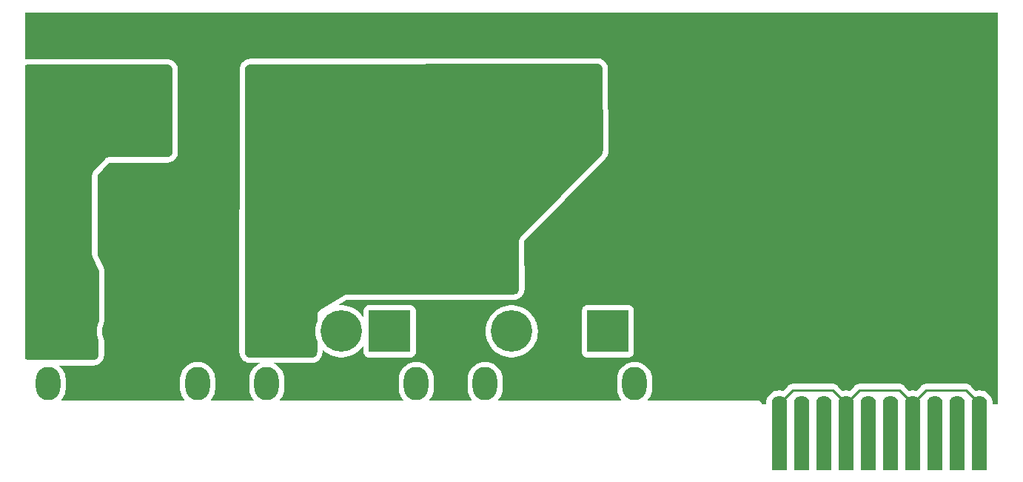
<source format=gbr>
%TF.GenerationSoftware,KiCad,Pcbnew,8.0.1*%
%TF.CreationDate,2024-04-05T18:07:18-04:00*%
%TF.ProjectId,bus1,62757331-2e6b-4696-9361-645f70636258,rev?*%
%TF.SameCoordinates,Original*%
%TF.FileFunction,Copper,L1,Top*%
%TF.FilePolarity,Positive*%
%FSLAX46Y46*%
G04 Gerber Fmt 4.6, Leading zero omitted, Abs format (unit mm)*
G04 Created by KiCad (PCBNEW 8.0.1) date 2024-04-05 18:07:18*
%MOMM*%
%LPD*%
G01*
G04 APERTURE LIST*
%TA.AperFunction,ComponentPad*%
%ADD10R,2.100000X2.100000*%
%TD*%
%TA.AperFunction,ComponentPad*%
%ADD11C,2.100000*%
%TD*%
%TA.AperFunction,ComponentPad*%
%ADD12C,2.610000*%
%TD*%
%TA.AperFunction,ComponentPad*%
%ADD13O,2.800000X3.800000*%
%TD*%
%TA.AperFunction,ComponentPad*%
%ADD14C,4.750000*%
%TD*%
%TA.AperFunction,ComponentPad*%
%ADD15R,4.750000X4.750000*%
%TD*%
%TA.AperFunction,ComponentPad*%
%ADD16C,1.780000*%
%TD*%
%TA.AperFunction,SMDPad,CuDef*%
%ADD17R,1.780000X7.700000*%
%TD*%
%TA.AperFunction,ViaPad*%
%ADD18C,0.800000*%
%TD*%
%TA.AperFunction,Conductor*%
%ADD19C,0.250000*%
%TD*%
G04 APERTURE END LIST*
D10*
%TO.P,PS1,1,Vin+*%
%TO.N,/48v*%
X10716250Y41468750D03*
D11*
%TO.P,PS1,2,On/Off*%
%TO.N,GND2*%
X10716250Y33848750D03*
%TO.P,PS1,3,Vin-*%
X10716250Y26228750D03*
D12*
%TO.P,PS1,4,Vout-*%
X61516250Y26228750D03*
%TO.P,PS1,8,Vout+*%
%TO.N,/12v_1*%
X61516250Y41468750D03*
%TD*%
D13*
%TO.P,J2,*%
%TO.N,*%
X2986250Y10333750D03*
X20086250Y10333750D03*
X27986250Y10333750D03*
X45086250Y10333750D03*
X52956250Y10333750D03*
X70056250Y10333750D03*
D14*
%TO.P,J2,1,48V*%
%TO.N,/48v*%
X6036250Y16333750D03*
%TO.P,J2,2,GND*%
%TO.N,GND2*%
X11536250Y16333750D03*
D15*
%TO.P,J2,3,GND*%
X17036250Y16333750D03*
D14*
%TO.P,J2,4,12V*%
%TO.N,/12v_1*%
X31036250Y16333750D03*
%TO.P,J2,5,12V*%
%TO.N,unconnected-(J2B-12V-Pad5)*%
X36536250Y16333750D03*
D15*
%TO.P,J2,6,12V*%
%TO.N,unconnected-(J2B-12V-Pad6)*%
X42036250Y16333750D03*
D14*
%TO.P,J2,7,24V*%
%TO.N,unconnected-(J2C-24V-Pad7)*%
X56006250Y16333750D03*
%TO.P,J2,8,GND*%
%TO.N,GND2*%
X61506250Y16333750D03*
D15*
%TO.P,J2,9,5V*%
%TO.N,unconnected-(J2C-5V-Pad9)*%
X67006250Y16333750D03*
%TD*%
D16*
%TO.P,J1,1,sGND*%
%TO.N,GND1*%
X86626250Y8093750D03*
D17*
X86626250Y4263750D03*
D16*
%TO.P,J1,2,TX0/SDA0*%
%TO.N,unconnected-(J1-TX0{slash}SDA0-Pad2)*%
X89166250Y8093750D03*
D17*
X89166250Y4263750D03*
D16*
%TO.P,J1,3,RX0/SCL0*%
%TO.N,unconnected-(J1-RX0{slash}SCL0-Pad3)*%
X91706250Y8093750D03*
D17*
X91706250Y4263750D03*
D16*
%TO.P,J1,4,sGND*%
%TO.N,GND1*%
X94246250Y8093750D03*
D17*
X94246250Y4263750D03*
D16*
%TO.P,J1,5,TX1/SDA1*%
%TO.N,unconnected-(J1-TX1{slash}SDA1-Pad5)*%
X96786250Y8093750D03*
D17*
X96786250Y4263750D03*
D16*
%TO.P,J1,6,RX1/SCL1*%
%TO.N,unconnected-(J1-RX1{slash}SCL1-Pad6)*%
X99326250Y8093750D03*
D17*
X99326250Y4263750D03*
D16*
%TO.P,J1,7,sGND*%
%TO.N,GND1*%
X101866250Y8093750D03*
D17*
X101866250Y4263750D03*
D16*
%TO.P,J1,8,TX2/SDA2*%
%TO.N,unconnected-(J1-TX2{slash}SDA2-Pad8)*%
X104406250Y8093750D03*
D17*
X104406250Y4263750D03*
D16*
%TO.P,J1,9,RX2/SCL2*%
%TO.N,unconnected-(J1-RX2{slash}SCL2-Pad9)*%
X106946250Y8093750D03*
D17*
X106946250Y4263750D03*
D16*
%TO.P,J1,10,sGND*%
%TO.N,GND1*%
X109486250Y8093750D03*
D17*
X109486250Y4263750D03*
%TD*%
D18*
%TO.N,/48v*%
X3156250Y44343750D03*
X6906250Y21843750D03*
X8156250Y36843750D03*
X3156250Y29343750D03*
X3156250Y30593750D03*
X1906250Y14343750D03*
X1906250Y31843750D03*
X15656250Y39343750D03*
X14406250Y44343750D03*
X1906250Y43093750D03*
X3156250Y31843750D03*
X15656250Y45593750D03*
X6906250Y25593750D03*
X1906250Y30593750D03*
X1906250Y33093750D03*
X4406250Y45593750D03*
X8156250Y38093750D03*
X8156250Y20593750D03*
X3156250Y14343750D03*
X15656250Y38093750D03*
X1906250Y44343750D03*
X9406250Y38093750D03*
X1906250Y29343750D03*
X3156250Y45593750D03*
X1906250Y26843750D03*
X1906250Y28093750D03*
X6906250Y34343750D03*
X10656250Y38093750D03*
X3156250Y28093750D03*
X1906250Y25593750D03*
X1906250Y45593750D03*
X6906250Y35593750D03*
X14406250Y45593750D03*
X6906250Y23093750D03*
X14406250Y38093750D03*
X8156250Y23093750D03*
X6906250Y36843750D03*
X8156250Y21843750D03*
X1906250Y15593750D03*
X14406250Y39343750D03*
X3156250Y26843750D03*
X6906250Y24343750D03*
X15656250Y44343750D03*
%TO.N,GND2*%
X110656250Y10593750D03*
X99406250Y38093750D03*
X64406250Y30593750D03*
X89406250Y48093750D03*
X59406250Y10593750D03*
X110656250Y49343750D03*
X20656250Y18093750D03*
X110656250Y45593750D03*
X94406250Y38093750D03*
X79406250Y43093750D03*
X60656250Y23093750D03*
X61906250Y9343750D03*
X109406250Y10593750D03*
X69406250Y28093750D03*
X94406250Y33093750D03*
X69406250Y33093750D03*
X60656250Y10593750D03*
X56906250Y51843750D03*
X104406250Y51843750D03*
X99406250Y23093750D03*
X84406250Y13093750D03*
X99406250Y28093750D03*
X23156250Y18093750D03*
X63156250Y11843750D03*
X69406250Y23093750D03*
X109406250Y33093750D03*
X99406250Y13093750D03*
X55656250Y51843750D03*
X66906250Y34343750D03*
X4406250Y51843750D03*
X99406250Y43093750D03*
X14406250Y33093750D03*
X50656250Y51843750D03*
X109406250Y43093750D03*
X89406250Y23093750D03*
X23156250Y15593750D03*
X19406250Y33093750D03*
X110656250Y13093750D03*
X108156250Y50593750D03*
X60656250Y11843750D03*
X109406250Y38093750D03*
X110656250Y50593750D03*
X79406250Y38093750D03*
X94406250Y23093750D03*
X110656250Y14343750D03*
X109406250Y11843750D03*
X58156250Y51843750D03*
X104406250Y18093750D03*
X50656250Y50593750D03*
X21906250Y15593750D03*
X1906250Y49343750D03*
X49406250Y51843750D03*
X55656250Y50593750D03*
X58156250Y20593750D03*
X109406250Y48093750D03*
X109406250Y51843750D03*
X61906250Y29343750D03*
X89406250Y43093750D03*
X104406250Y43093750D03*
X3156250Y49343750D03*
X64406250Y31843750D03*
X84406250Y23093750D03*
X54406250Y50593750D03*
X49406250Y50593750D03*
X104406250Y13093750D03*
X89406250Y38093750D03*
X14406250Y23093750D03*
X108156250Y48093750D03*
X9406250Y30593750D03*
X58156250Y21843750D03*
X3156250Y51843750D03*
X79406250Y13093750D03*
X79406250Y18093750D03*
X110656250Y11843750D03*
X21906250Y14343750D03*
X84406250Y48093750D03*
X109406250Y13093750D03*
X79406250Y48093750D03*
X79406250Y33093750D03*
X54406250Y51843750D03*
X94406250Y28093750D03*
X84406250Y43093750D03*
X108156250Y49343750D03*
X105656250Y51843750D03*
X48156250Y50593750D03*
X45656250Y51843750D03*
X94406250Y13093750D03*
X89406250Y18093750D03*
X69406250Y48093750D03*
X23156250Y16843750D03*
X99406250Y18093750D03*
X9406250Y28093750D03*
X9406250Y31843750D03*
X99406250Y33093750D03*
X10656250Y30593750D03*
X110656250Y51843750D03*
X59406250Y24343750D03*
X63156250Y13093750D03*
X74406250Y38093750D03*
X48156250Y51843750D03*
X46906250Y50593750D03*
X110656250Y48093750D03*
X61906250Y13093750D03*
X104406250Y38093750D03*
X74406250Y23093750D03*
X69406250Y38093750D03*
X51906250Y51843750D03*
X79406250Y23093750D03*
X64406250Y23093750D03*
X1906250Y51843750D03*
X45656250Y50593750D03*
X63156250Y10593750D03*
X94406250Y43093750D03*
X63156250Y29343750D03*
X3156250Y50593750D03*
X110656250Y46843750D03*
X104406250Y23093750D03*
X61906250Y11843750D03*
X94406250Y18093750D03*
X109406250Y46843750D03*
X74406250Y28093750D03*
X74406250Y48093750D03*
X69406250Y43093750D03*
X109406250Y28093750D03*
X108156250Y51843750D03*
X109406250Y18093750D03*
X4406250Y50593750D03*
X59406250Y11843750D03*
X79406250Y28093750D03*
X9406250Y29343750D03*
X19406250Y28093750D03*
X108156250Y11843750D03*
X84406250Y33093750D03*
X58156250Y23093750D03*
X109406250Y50593750D03*
X89406250Y13093750D03*
X56906250Y50593750D03*
X60656250Y20593750D03*
X51906250Y50593750D03*
X89406250Y33093750D03*
X106906250Y49343750D03*
X21906250Y18093750D03*
X59406250Y13093750D03*
X106906250Y50593750D03*
X53156250Y50593750D03*
X65656250Y31843750D03*
X94406250Y48093750D03*
X58156250Y24343750D03*
X64406250Y28093750D03*
X46906250Y51843750D03*
X104406250Y33093750D03*
X89406250Y28093750D03*
X74406250Y43093750D03*
X10656250Y29343750D03*
X105656250Y50593750D03*
X59406250Y20593750D03*
X23156250Y14343750D03*
X60656250Y9343750D03*
X20656250Y14343750D03*
X20656250Y16843750D03*
X74406250Y18093750D03*
X14406250Y28093750D03*
X21906250Y16843750D03*
X63156250Y30593750D03*
X1906250Y50593750D03*
X109406250Y49343750D03*
X61906250Y10593750D03*
X59406250Y21843750D03*
X19406250Y23093750D03*
X65656250Y33093750D03*
X59406250Y9343750D03*
X84406250Y28093750D03*
X5656250Y51843750D03*
X44406250Y51843750D03*
X60656250Y13093750D03*
X53156250Y51843750D03*
X63156250Y9343750D03*
X59406250Y23093750D03*
X58156250Y25593750D03*
X60656250Y21843750D03*
X109406250Y23093750D03*
X104406250Y48093750D03*
X84406250Y18093750D03*
X20656250Y15593750D03*
X74406250Y33093750D03*
X104406250Y28093750D03*
X74406250Y13093750D03*
X106906250Y51843750D03*
X84406250Y38093750D03*
X66906250Y33093750D03*
X99406250Y48093750D03*
%TO.N,/12v_1*%
X40656250Y45593750D03*
X61906250Y33093750D03*
X29406250Y31843750D03*
X55656250Y21843750D03*
X54406250Y24343750D03*
X41906250Y45593750D03*
X46906250Y43093750D03*
X34406250Y28093750D03*
X28156250Y29343750D03*
X61906250Y34343750D03*
X53156250Y21843750D03*
X49406250Y44343750D03*
X54406250Y21843750D03*
X49406250Y28093750D03*
X29406250Y23093750D03*
X28156250Y44343750D03*
X26906250Y33093750D03*
X28156250Y33093750D03*
X64406250Y44343750D03*
X26906250Y25593750D03*
X38156250Y23093750D03*
X65656250Y41843750D03*
X50656250Y45593750D03*
X26906250Y28093750D03*
X65656250Y43093750D03*
X29406250Y30593750D03*
X28156250Y45593750D03*
X49406250Y45593750D03*
X49406250Y38093750D03*
X65656250Y44343750D03*
X44406250Y43093750D03*
X56906250Y28093750D03*
X65656250Y40593750D03*
X55656250Y25593750D03*
X29406250Y38093750D03*
X26906250Y26843750D03*
X54406250Y23093750D03*
X46906250Y44343750D03*
X43156250Y43093750D03*
X26906250Y15593750D03*
X41906250Y44343750D03*
X59406250Y30593750D03*
X58156250Y30593750D03*
X28156250Y26843750D03*
X34406250Y21843750D03*
X33156250Y19343750D03*
X55656250Y26843750D03*
X63156250Y35593750D03*
X51906250Y45593750D03*
X36906250Y21843750D03*
X56906250Y29343750D03*
X60656250Y33093750D03*
X54406250Y43093750D03*
X28156250Y31843750D03*
X26906250Y35593750D03*
X36906250Y23093750D03*
X34406250Y43093750D03*
X49406250Y33093750D03*
X50656250Y44343750D03*
X43156250Y45593750D03*
X28156250Y30593750D03*
X59406250Y31843750D03*
X49406250Y23093750D03*
X26906250Y29343750D03*
X26906250Y24343750D03*
X35656250Y21843750D03*
X58156250Y29343750D03*
X26906250Y34343750D03*
X44406250Y44343750D03*
X48156250Y44343750D03*
X26906250Y41843750D03*
X26906250Y30593750D03*
X64406250Y36843750D03*
X60656250Y31843750D03*
X45656250Y45593750D03*
X46906250Y45593750D03*
X28156250Y43093750D03*
X43156250Y44343750D03*
X28156250Y34343750D03*
X59406250Y38093750D03*
X29406250Y45593750D03*
X48156250Y43093750D03*
X26906250Y14343750D03*
X48156250Y45593750D03*
X53156250Y23093750D03*
X39406250Y33093750D03*
X34406250Y20593750D03*
X63156250Y34343750D03*
X39406250Y28093750D03*
X64406250Y35593750D03*
X31906250Y45593750D03*
X34406250Y33093750D03*
X61906250Y45593750D03*
X51906250Y21843750D03*
X29406250Y44343750D03*
X65656250Y39343750D03*
X45656250Y44343750D03*
X55656250Y24343750D03*
X64406250Y45593750D03*
X65656250Y45593750D03*
X49406250Y43093750D03*
X44406250Y45593750D03*
X26906250Y43093750D03*
X34406250Y38093750D03*
X45656250Y43093750D03*
X30656250Y45593750D03*
X29406250Y29343750D03*
X39406250Y38093750D03*
X33156250Y20593750D03*
X65656250Y36843750D03*
X44406250Y23093750D03*
X26906250Y40593750D03*
X44406250Y33093750D03*
X26906250Y44343750D03*
X35656250Y20593750D03*
X44406250Y28093750D03*
X54406250Y38093750D03*
X26906250Y45593750D03*
X29406250Y28093750D03*
X28156250Y25593750D03*
X39406250Y21843750D03*
X55656250Y23093750D03*
X63156250Y45593750D03*
X29406250Y26843750D03*
X35656250Y23093750D03*
X44406250Y38093750D03*
X54406250Y33093750D03*
X65656250Y38093750D03*
X29406250Y33093750D03*
X26906250Y31843750D03*
X28156250Y28093750D03*
X28156250Y14343750D03*
X38156250Y21843750D03*
X55656250Y28093750D03*
%TD*%
D19*
%TO.N,GND1*%
X107986250Y9593750D02*
X103366250Y9593750D01*
X103366250Y9593750D02*
X101866250Y8093750D01*
X100366250Y9593750D02*
X95746250Y9593750D01*
X94246250Y8093750D02*
X92746250Y9593750D01*
X109486250Y8093750D02*
X107986250Y9593750D01*
X88126250Y9593750D02*
X86626250Y8093750D01*
X101866250Y8093750D02*
X100366250Y9593750D01*
X92746250Y9593750D02*
X88126250Y9593750D01*
X95746250Y9593750D02*
X94246250Y8093750D01*
%TD*%
%TA.AperFunction,Conductor*%
%TO.N,/12v_1*%
G36*
X65774329Y46942880D02*
G01*
X65936060Y46921840D01*
X65939000Y46921058D01*
X66057736Y46872173D01*
X66089088Y46859265D01*
X66091731Y46857748D01*
X66220773Y46759295D01*
X66222934Y46757147D01*
X66322175Y46628711D01*
X66323708Y46626077D01*
X66386416Y46476376D01*
X66387218Y46473436D01*
X66409247Y46311848D01*
X66409354Y46310325D01*
X66454971Y37004601D01*
X66454880Y37003089D01*
X66434755Y36842521D01*
X66433995Y36839594D01*
X66373676Y36690246D01*
X66372190Y36687612D01*
X66275155Y36558105D01*
X66274170Y36556954D01*
X56988584Y27030808D01*
X56889864Y26898913D01*
X56828399Y26746065D01*
X56828398Y26746058D01*
X56808323Y26582533D01*
X56851163Y21184561D01*
X56851074Y21183025D01*
X56830817Y21019996D01*
X56830042Y21017026D01*
X56768372Y20865597D01*
X56766851Y20862931D01*
X56667919Y20732757D01*
X56665757Y20730577D01*
X56536367Y20630611D01*
X56533713Y20629070D01*
X56382783Y20566202D01*
X56379819Y20565403D01*
X56216953Y20543851D01*
X56215418Y20543750D01*
X37185981Y20543750D01*
X37013044Y20519748D01*
X36853178Y20449553D01*
X34058450Y18729720D01*
X34058447Y18729718D01*
X33932889Y18628381D01*
X33836923Y18498669D01*
X33836922Y18498669D01*
X33776749Y18348959D01*
X33756250Y18188928D01*
X33756250Y17426652D01*
X33755293Y17422018D01*
X33726929Y17356265D01*
X33726925Y17356253D01*
X33627218Y17023205D01*
X33627217Y17023203D01*
X33566847Y16680828D01*
X33566846Y16680818D01*
X33546632Y16333754D01*
X33546632Y16333747D01*
X33566846Y15986683D01*
X33566847Y15986673D01*
X33627217Y15644298D01*
X33627218Y15644296D01*
X33726925Y15311248D01*
X33726929Y15311236D01*
X33743305Y15273273D01*
X33755293Y15245482D01*
X33756250Y15240850D01*
X33756250Y13979518D01*
X33756150Y13977991D01*
X33734813Y13815926D01*
X33734022Y13812976D01*
X33671765Y13662674D01*
X33670238Y13660028D01*
X33571200Y13530959D01*
X33569041Y13528800D01*
X33439972Y13429762D01*
X33437326Y13428235D01*
X33287024Y13365978D01*
X33284074Y13365187D01*
X33122010Y13343850D01*
X33120483Y13343750D01*
X26092967Y13343750D01*
X26091438Y13343850D01*
X25929222Y13365227D01*
X25926270Y13366019D01*
X25775848Y13428392D01*
X25773201Y13429922D01*
X25644071Y13529134D01*
X25641911Y13531298D01*
X25633545Y13542221D01*
X25542891Y13660576D01*
X25541369Y13663219D01*
X25479220Y13813736D01*
X25478432Y13816690D01*
X25457297Y13978935D01*
X25457199Y13980463D01*
X25463471Y18188928D01*
X25505304Y46259719D01*
X25505405Y46261217D01*
X25526911Y46422990D01*
X25527702Y46425928D01*
X25589976Y46575927D01*
X25591502Y46578566D01*
X25690423Y46707388D01*
X25692565Y46709529D01*
X25821414Y46808417D01*
X25824048Y46809939D01*
X25974070Y46872176D01*
X25977000Y46872963D01*
X26138768Y46894424D01*
X26140290Y46894525D01*
X65772834Y46942977D01*
X65774329Y46942880D01*
G37*
%TD.AperFunction*%
%TD*%
%TA.AperFunction,Conductor*%
%TO.N,GND2*%
G36*
X111602323Y52789823D02*
G01*
X111605750Y52781550D01*
X111605750Y8011893D01*
X111602323Y8003620D01*
X111594050Y8000193D01*
X111594043Y8000193D01*
X110998042Y8000526D01*
X110989771Y8003957D01*
X110986349Y8012226D01*
X110986349Y8031214D01*
X110986389Y8032180D01*
X110991491Y8093750D01*
X110991491Y8093751D01*
X110986389Y8155322D01*
X110986349Y8156288D01*
X110986349Y8175362D01*
X110986349Y8175363D01*
X110983628Y8209949D01*
X110981484Y8217328D01*
X110981060Y8219623D01*
X110980738Y8223503D01*
X110970961Y8341505D01*
X110909933Y8582501D01*
X110810070Y8810166D01*
X110674097Y9018288D01*
X110573072Y9128031D01*
X110505724Y9201190D01*
X110505714Y9201198D01*
X110309539Y9353887D01*
X110090898Y9472210D01*
X109855765Y9552931D01*
X109855755Y9552934D01*
X109610556Y9593850D01*
X109610552Y9593850D01*
X109361948Y9593850D01*
X109361943Y9593850D01*
X109116744Y9552934D01*
X109116734Y9552931D01*
X109086362Y9542505D01*
X109077424Y9543060D01*
X109074290Y9545298D01*
X108557658Y10061930D01*
X108557638Y10061952D01*
X108454852Y10164738D01*
X108454848Y10164741D01*
X108409725Y10194891D01*
X108334457Y10245185D01*
X108334449Y10245189D01*
X108256084Y10277648D01*
X108200671Y10300601D01*
X108058651Y10328850D01*
X103438651Y10328850D01*
X103293848Y10328850D01*
X103289940Y10328073D01*
X103270285Y10324165D01*
X103270285Y10324164D01*
X103211057Y10312383D01*
X103151828Y10300601D01*
X103057232Y10261419D01*
X103057232Y10261418D01*
X103032523Y10251183D01*
X103018046Y10245186D01*
X102969824Y10212965D01*
X102897651Y10164741D01*
X102897647Y10164738D01*
X102795260Y10062349D01*
X102795257Y10062346D01*
X102278208Y9545298D01*
X102269935Y9541871D01*
X102266136Y9542505D01*
X102235765Y9552931D01*
X102235755Y9552934D01*
X101990556Y9593850D01*
X101990552Y9593850D01*
X101741948Y9593850D01*
X101741943Y9593850D01*
X101496744Y9552934D01*
X101496734Y9552931D01*
X101466362Y9542505D01*
X101457424Y9543060D01*
X101454290Y9545298D01*
X100937658Y10061930D01*
X100937638Y10061952D01*
X100834852Y10164738D01*
X100834848Y10164741D01*
X100789725Y10194891D01*
X100714457Y10245185D01*
X100714449Y10245189D01*
X100636084Y10277648D01*
X100580671Y10300601D01*
X100438651Y10328850D01*
X95818651Y10328850D01*
X95673848Y10328850D01*
X95669940Y10328073D01*
X95650285Y10324165D01*
X95650285Y10324164D01*
X95591057Y10312383D01*
X95531828Y10300601D01*
X95437232Y10261419D01*
X95437232Y10261418D01*
X95412523Y10251183D01*
X95398046Y10245186D01*
X95349824Y10212965D01*
X95277651Y10164741D01*
X95277647Y10164738D01*
X95175260Y10062349D01*
X95175257Y10062346D01*
X94658208Y9545298D01*
X94649935Y9541871D01*
X94646136Y9542505D01*
X94615765Y9552931D01*
X94615755Y9552934D01*
X94370556Y9593850D01*
X94370552Y9593850D01*
X94121948Y9593850D01*
X94121943Y9593850D01*
X93876744Y9552934D01*
X93876734Y9552931D01*
X93846362Y9542505D01*
X93837424Y9543060D01*
X93834290Y9545298D01*
X93317658Y10061930D01*
X93317638Y10061952D01*
X93214852Y10164738D01*
X93214848Y10164741D01*
X93169725Y10194891D01*
X93094457Y10245185D01*
X93094449Y10245189D01*
X93016084Y10277648D01*
X92960671Y10300601D01*
X92818651Y10328850D01*
X88198651Y10328850D01*
X88053848Y10328850D01*
X88049940Y10328073D01*
X88030285Y10324165D01*
X88030285Y10324164D01*
X87971057Y10312383D01*
X87911828Y10300601D01*
X87817232Y10261419D01*
X87817232Y10261418D01*
X87792523Y10251183D01*
X87778046Y10245186D01*
X87729824Y10212965D01*
X87657651Y10164741D01*
X87657647Y10164738D01*
X87555260Y10062349D01*
X87555257Y10062346D01*
X87038208Y9545298D01*
X87029935Y9541871D01*
X87026136Y9542505D01*
X86995765Y9552931D01*
X86995755Y9552934D01*
X86750556Y9593850D01*
X86750552Y9593850D01*
X86501948Y9593850D01*
X86501943Y9593850D01*
X86256744Y9552934D01*
X86256734Y9552931D01*
X86021607Y9472212D01*
X86021604Y9472211D01*
X85802962Y9353888D01*
X85606785Y9201198D01*
X85606775Y9201190D01*
X85438405Y9018291D01*
X85438404Y9018291D01*
X85302435Y8810175D01*
X85302431Y8810168D01*
X85202567Y8582501D01*
X85141539Y8341507D01*
X85131439Y8219625D01*
X85131015Y8217328D01*
X85128871Y8209948D01*
X85126150Y8175363D01*
X85126150Y8156276D01*
X85126110Y8155310D01*
X85121009Y8093751D01*
X85121009Y8093750D01*
X85126110Y8032192D01*
X85126150Y8031226D01*
X85126150Y8026691D01*
X85122723Y8018418D01*
X85114450Y8014991D01*
X85114443Y8014991D01*
X84578443Y8015290D01*
X84570172Y8018721D01*
X84566750Y8026990D01*
X84566750Y8133315D01*
X84546272Y8209738D01*
X84546270Y8209742D01*
X84506712Y8278258D01*
X84506708Y8278263D01*
X84450762Y8334209D01*
X84450757Y8334213D01*
X84382241Y8373771D01*
X84382237Y8373773D01*
X84305815Y8394250D01*
X84305812Y8394250D01*
X71487707Y8394250D01*
X71479434Y8397677D01*
X71476007Y8405950D01*
X71479434Y8414223D01*
X71570766Y8505555D01*
X71731173Y8714602D01*
X71862922Y8942798D01*
X71963758Y9186238D01*
X72031957Y9440758D01*
X72066350Y9702001D01*
X72066350Y10965499D01*
X72031957Y11226742D01*
X71963758Y11481262D01*
X71862922Y11724702D01*
X71731173Y11952898D01*
X71570766Y12161945D01*
X71384445Y12348266D01*
X71175398Y12508673D01*
X70947202Y12640422D01*
X70947194Y12640426D01*
X70947193Y12640426D01*
X70703771Y12741255D01*
X70703760Y12741259D01*
X70449240Y12809458D01*
X70187999Y12843850D01*
X69924501Y12843850D01*
X69663259Y12809458D01*
X69408739Y12741259D01*
X69408728Y12741255D01*
X69165306Y12640426D01*
X69165301Y12640424D01*
X69165298Y12640422D01*
X68937102Y12508673D01*
X68937101Y12508673D01*
X68728056Y12348267D01*
X68728049Y12348261D01*
X68541739Y12161951D01*
X68541733Y12161944D01*
X68381327Y11952899D01*
X68381327Y11952898D01*
X68249578Y11724702D01*
X68249576Y11724699D01*
X68249574Y11724694D01*
X68148745Y11481272D01*
X68148741Y11481261D01*
X68080542Y11226741D01*
X68046150Y10965499D01*
X68046150Y9702002D01*
X68080542Y9440760D01*
X68148741Y9186240D01*
X68148745Y9186229D01*
X68218309Y9018288D01*
X68249578Y8942798D01*
X68381327Y8714602D01*
X68541734Y8505555D01*
X68541739Y8505550D01*
X68633066Y8414223D01*
X68636493Y8405950D01*
X68633066Y8397677D01*
X68624793Y8394250D01*
X54387707Y8394250D01*
X54379434Y8397677D01*
X54376007Y8405950D01*
X54379434Y8414223D01*
X54470766Y8505555D01*
X54631173Y8714602D01*
X54762922Y8942798D01*
X54863758Y9186238D01*
X54931957Y9440758D01*
X54966350Y9702001D01*
X54966350Y10965499D01*
X54931957Y11226742D01*
X54863758Y11481262D01*
X54762922Y11724702D01*
X54631173Y11952898D01*
X54470766Y12161945D01*
X54284445Y12348266D01*
X54075398Y12508673D01*
X53847202Y12640422D01*
X53847194Y12640426D01*
X53847193Y12640426D01*
X53603771Y12741255D01*
X53603760Y12741259D01*
X53349240Y12809458D01*
X53087999Y12843850D01*
X52824501Y12843850D01*
X52563259Y12809458D01*
X52308739Y12741259D01*
X52308728Y12741255D01*
X52065306Y12640426D01*
X52065301Y12640424D01*
X52065298Y12640422D01*
X51837102Y12508673D01*
X51837101Y12508673D01*
X51628056Y12348267D01*
X51628049Y12348261D01*
X51441739Y12161951D01*
X51441733Y12161944D01*
X51281327Y11952899D01*
X51281327Y11952898D01*
X51149578Y11724702D01*
X51149576Y11724699D01*
X51149574Y11724694D01*
X51048745Y11481272D01*
X51048741Y11481261D01*
X50980542Y11226741D01*
X50946150Y10965499D01*
X50946150Y9702002D01*
X50980542Y9440760D01*
X51048741Y9186240D01*
X51048745Y9186229D01*
X51118309Y9018288D01*
X51149578Y8942798D01*
X51281327Y8714602D01*
X51441734Y8505555D01*
X51441739Y8505550D01*
X51533066Y8414223D01*
X51536493Y8405950D01*
X51533066Y8397677D01*
X51524793Y8394250D01*
X46517707Y8394250D01*
X46509434Y8397677D01*
X46506007Y8405950D01*
X46509434Y8414223D01*
X46600766Y8505555D01*
X46761173Y8714602D01*
X46892922Y8942798D01*
X46993758Y9186238D01*
X47061957Y9440758D01*
X47096350Y9702001D01*
X47096350Y10965499D01*
X47061957Y11226742D01*
X46993758Y11481262D01*
X46892922Y11724702D01*
X46761173Y11952898D01*
X46600766Y12161945D01*
X46414445Y12348266D01*
X46205398Y12508673D01*
X45977202Y12640422D01*
X45977194Y12640426D01*
X45977193Y12640426D01*
X45733771Y12741255D01*
X45733760Y12741259D01*
X45479240Y12809458D01*
X45217999Y12843850D01*
X44954501Y12843850D01*
X44693259Y12809458D01*
X44438739Y12741259D01*
X44438728Y12741255D01*
X44195306Y12640426D01*
X44195301Y12640424D01*
X44195298Y12640422D01*
X43967102Y12508673D01*
X43967101Y12508673D01*
X43758056Y12348267D01*
X43758049Y12348261D01*
X43571739Y12161951D01*
X43571733Y12161944D01*
X43411327Y11952899D01*
X43411327Y11952898D01*
X43279578Y11724702D01*
X43279576Y11724699D01*
X43279574Y11724694D01*
X43178745Y11481272D01*
X43178741Y11481261D01*
X43110542Y11226741D01*
X43076150Y10965499D01*
X43076150Y9702002D01*
X43110542Y9440760D01*
X43178741Y9186240D01*
X43178745Y9186229D01*
X43248309Y9018288D01*
X43279578Y8942798D01*
X43411327Y8714602D01*
X43571734Y8505555D01*
X43571739Y8505550D01*
X43663066Y8414223D01*
X43666493Y8405950D01*
X43663066Y8397677D01*
X43654793Y8394250D01*
X29417707Y8394250D01*
X29409434Y8397677D01*
X29406007Y8405950D01*
X29409434Y8414223D01*
X29500766Y8505555D01*
X29661173Y8714602D01*
X29792922Y8942798D01*
X29893758Y9186238D01*
X29961957Y9440758D01*
X29996350Y9702001D01*
X29996350Y10965499D01*
X29961957Y11226742D01*
X29893758Y11481262D01*
X29792922Y11724702D01*
X29661173Y11952898D01*
X29500766Y12161945D01*
X29314445Y12348266D01*
X29105398Y12508673D01*
X28877202Y12640422D01*
X28877194Y12640426D01*
X28877193Y12640426D01*
X28718542Y12706141D01*
X28712210Y12712473D01*
X28712210Y12721427D01*
X28718542Y12727759D01*
X28723019Y12728650D01*
X33120474Y12728650D01*
X33120483Y12728650D01*
X33160678Y12729965D01*
X33162205Y12730065D01*
X33202300Y12734013D01*
X33364364Y12755350D01*
X33426875Y12767791D01*
X33443363Y12771071D01*
X33443366Y12771072D01*
X33443377Y12771074D01*
X33446327Y12771865D01*
X33522412Y12797700D01*
X33522432Y12797709D01*
X33522442Y12797712D01*
X33653970Y12852193D01*
X33672714Y12859957D01*
X33744775Y12895484D01*
X33747421Y12897011D01*
X33814421Y12941770D01*
X33943490Y13040808D01*
X33944136Y13041374D01*
X33955423Y13051274D01*
X34003982Y13093859D01*
X34006141Y13096018D01*
X34059192Y13156510D01*
X34158230Y13285579D01*
X34202989Y13352579D01*
X34204516Y13355225D01*
X34240043Y13427286D01*
X34302300Y13577588D01*
X34328135Y13653673D01*
X34328926Y13656623D01*
X34344650Y13735637D01*
X34365987Y13897702D01*
X34369935Y13937796D01*
X34370035Y13939323D01*
X34371350Y13979518D01*
X34371350Y14249034D01*
X34374777Y14257307D01*
X34383050Y14260734D01*
X34391323Y14257307D01*
X34391560Y14257063D01*
X34484269Y14158795D01*
X34484275Y14158790D01*
X34484278Y14158787D01*
X34639312Y14028698D01*
X34750653Y13935272D01*
X35041162Y13744201D01*
X35041170Y13744196D01*
X35351909Y13588138D01*
X35351916Y13588136D01*
X35351921Y13588133D01*
X35678650Y13469213D01*
X35678656Y13469212D01*
X35678663Y13469209D01*
X36017014Y13389018D01*
X36362388Y13348650D01*
X36362395Y13348650D01*
X36710105Y13348650D01*
X36710112Y13348650D01*
X37055486Y13389018D01*
X37393837Y13469209D01*
X37393845Y13469213D01*
X37393849Y13469213D01*
X37720578Y13588133D01*
X37720579Y13588134D01*
X37720591Y13588138D01*
X38031330Y13744196D01*
X38321849Y13935274D01*
X38588222Y14158787D01*
X38826845Y14411713D01*
X39030066Y14684688D01*
X39037754Y14689276D01*
X39046437Y14687085D01*
X39051026Y14679396D01*
X39051150Y14677700D01*
X39051150Y13897139D01*
X39053872Y13862550D01*
X39096875Y13714531D01*
X39096877Y13714527D01*
X39096878Y13714524D01*
X39175345Y13581843D01*
X39175346Y13581842D01*
X39175348Y13581839D01*
X39284338Y13472849D01*
X39284340Y13472848D01*
X39284343Y13472845D01*
X39417024Y13394378D01*
X39417028Y13394377D01*
X39417030Y13394376D01*
X39435473Y13389018D01*
X39565051Y13351372D01*
X39599637Y13348650D01*
X44472862Y13348651D01*
X44507449Y13351372D01*
X44655476Y13394378D01*
X44788157Y13472845D01*
X44897155Y13581843D01*
X44975622Y13714524D01*
X45018628Y13862551D01*
X45021350Y13897137D01*
X45021350Y16333747D01*
X53016091Y16333747D01*
X53036308Y15986620D01*
X53036309Y15986610D01*
X53096690Y15644173D01*
X53096691Y15644171D01*
X53196417Y15311063D01*
X53196421Y15311051D01*
X53334145Y14991770D01*
X53334150Y14991761D01*
X53508006Y14690635D01*
X53715651Y14411718D01*
X53715656Y14411712D01*
X53954269Y14158795D01*
X53954275Y14158790D01*
X53954278Y14158787D01*
X54109312Y14028698D01*
X54220653Y13935272D01*
X54511162Y13744201D01*
X54511170Y13744196D01*
X54821909Y13588138D01*
X54821916Y13588136D01*
X54821921Y13588133D01*
X55148650Y13469213D01*
X55148656Y13469212D01*
X55148663Y13469209D01*
X55487014Y13389018D01*
X55832388Y13348650D01*
X55832395Y13348650D01*
X56180105Y13348650D01*
X56180112Y13348650D01*
X56525486Y13389018D01*
X56863837Y13469209D01*
X56863845Y13469213D01*
X56863849Y13469213D01*
X57190578Y13588133D01*
X57190579Y13588134D01*
X57190591Y13588138D01*
X57501330Y13744196D01*
X57733868Y13897139D01*
X64021150Y13897139D01*
X64023872Y13862550D01*
X64066875Y13714531D01*
X64066877Y13714527D01*
X64066878Y13714524D01*
X64145345Y13581843D01*
X64145346Y13581842D01*
X64145348Y13581839D01*
X64254338Y13472849D01*
X64254340Y13472848D01*
X64254343Y13472845D01*
X64387024Y13394378D01*
X64387028Y13394377D01*
X64387030Y13394376D01*
X64405473Y13389018D01*
X64535051Y13351372D01*
X64569637Y13348650D01*
X69442862Y13348651D01*
X69477449Y13351372D01*
X69625476Y13394378D01*
X69758157Y13472845D01*
X69867155Y13581843D01*
X69945622Y13714524D01*
X69988628Y13862551D01*
X69991350Y13897137D01*
X69991349Y18770362D01*
X69988628Y18804949D01*
X69948705Y18942364D01*
X69945624Y18952970D01*
X69945623Y18952972D01*
X69945622Y18952976D01*
X69867155Y19085657D01*
X69867152Y19085660D01*
X69867151Y19085662D01*
X69758161Y19194652D01*
X69758158Y19194654D01*
X69758157Y19194655D01*
X69625476Y19273122D01*
X69625473Y19273123D01*
X69625469Y19273125D01*
X69477449Y19316128D01*
X69477451Y19316128D01*
X69454391Y19317943D01*
X69442863Y19318850D01*
X69442862Y19318850D01*
X64569638Y19318850D01*
X64535049Y19316128D01*
X64387030Y19273125D01*
X64387026Y19273123D01*
X64387024Y19273123D01*
X64387024Y19273122D01*
X64260486Y19198288D01*
X64254338Y19194652D01*
X64145348Y19085662D01*
X64066877Y18952974D01*
X64066875Y18952970D01*
X64023872Y18804951D01*
X64021150Y18770363D01*
X64021150Y13897139D01*
X57733868Y13897139D01*
X57791849Y13935274D01*
X58058222Y14158787D01*
X58296845Y14411713D01*
X58504491Y14690631D01*
X58678354Y14991769D01*
X58816080Y15311055D01*
X58915809Y15644172D01*
X58976191Y15986614D01*
X58989669Y16218038D01*
X58996409Y16333747D01*
X58996409Y16333754D01*
X58976191Y16680881D01*
X58976190Y16680891D01*
X58915809Y17023328D01*
X58915808Y17023330D01*
X58879366Y17145054D01*
X58816080Y17356445D01*
X58802139Y17388763D01*
X58678354Y17675731D01*
X58678349Y17675740D01*
X58504493Y17976866D01*
X58501022Y17981528D01*
X58296845Y18255787D01*
X58278958Y18274746D01*
X58058230Y18508706D01*
X57791846Y18732229D01*
X57501337Y18923300D01*
X57501329Y18923305D01*
X57348004Y19000307D01*
X57190591Y19079362D01*
X57190586Y19079364D01*
X57190578Y19079368D01*
X56863849Y19198288D01*
X56863841Y19198290D01*
X56525486Y19278482D01*
X56180112Y19318850D01*
X55832388Y19318850D01*
X55809100Y19316128D01*
X55487013Y19278482D01*
X55148658Y19198290D01*
X55148650Y19198288D01*
X54821921Y19079368D01*
X54821913Y19079364D01*
X54511170Y18923305D01*
X54511162Y18923300D01*
X54220653Y18732229D01*
X53954269Y18508706D01*
X53715656Y18255789D01*
X53715651Y18255783D01*
X53508006Y17976866D01*
X53334150Y17675740D01*
X53334145Y17675731D01*
X53196421Y17356450D01*
X53196417Y17356438D01*
X53096691Y17023330D01*
X53096690Y17023328D01*
X53036309Y16680891D01*
X53036308Y16680881D01*
X53016091Y16333754D01*
X53016091Y16333747D01*
X45021350Y16333747D01*
X45021349Y18770362D01*
X45018628Y18804949D01*
X44978705Y18942364D01*
X44975624Y18952970D01*
X44975623Y18952972D01*
X44975622Y18952976D01*
X44897155Y19085657D01*
X44897152Y19085660D01*
X44897151Y19085662D01*
X44788161Y19194652D01*
X44788158Y19194654D01*
X44788157Y19194655D01*
X44655476Y19273122D01*
X44655473Y19273123D01*
X44655469Y19273125D01*
X44507449Y19316128D01*
X44507451Y19316128D01*
X44484391Y19317943D01*
X44472863Y19318850D01*
X44472862Y19318850D01*
X39599638Y19318850D01*
X39565049Y19316128D01*
X39417030Y19273125D01*
X39417026Y19273123D01*
X39417024Y19273123D01*
X39417024Y19273122D01*
X39290486Y19198288D01*
X39284338Y19194652D01*
X39175348Y19085662D01*
X39096877Y18952974D01*
X39096875Y18952970D01*
X39053872Y18804951D01*
X39051150Y18770363D01*
X39051150Y17989801D01*
X39047723Y17981528D01*
X39039450Y17978101D01*
X39031177Y17981528D01*
X39030065Y17982814D01*
X39024863Y17989801D01*
X38826845Y18255787D01*
X38808958Y18274746D01*
X38588230Y18508706D01*
X38321846Y18732229D01*
X38031337Y18923300D01*
X38031329Y18923305D01*
X37878004Y19000307D01*
X37720591Y19079362D01*
X37720586Y19079364D01*
X37720578Y19079368D01*
X37393849Y19198288D01*
X37393841Y19198290D01*
X37055486Y19278482D01*
X36710112Y19318850D01*
X36362388Y19318850D01*
X36339099Y19316128D01*
X36201410Y19300036D01*
X36192795Y19302479D01*
X36188431Y19310299D01*
X36190874Y19318914D01*
X36193916Y19321619D01*
X37138685Y19903013D01*
X37140094Y19903752D01*
X37180685Y19921575D01*
X37183771Y19922448D01*
X37227662Y19928540D01*
X37229270Y19928650D01*
X56215409Y19928650D01*
X56215418Y19928650D01*
X56255803Y19929977D01*
X56257338Y19930078D01*
X56297646Y19934067D01*
X56460512Y19955619D01*
X56539916Y19971503D01*
X56542880Y19972302D01*
X56619297Y19998391D01*
X56770227Y20061259D01*
X56842572Y20097136D01*
X56845226Y20098677D01*
X56912428Y20143860D01*
X57041818Y20243826D01*
X57102498Y20297442D01*
X57104660Y20299622D01*
X57157639Y20360571D01*
X57256571Y20490745D01*
X57301117Y20558123D01*
X57302638Y20560789D01*
X57338042Y20633597D01*
X57399712Y20785026D01*
X57425213Y20861721D01*
X57425988Y20864691D01*
X57441223Y20944151D01*
X57461480Y21107180D01*
X57465144Y21147444D01*
X57465192Y21148288D01*
X57465234Y21148988D01*
X57466243Y21189420D01*
X57466244Y21189442D01*
X57423727Y26546591D01*
X57423814Y26548109D01*
X57428923Y26589726D01*
X57429681Y26592662D01*
X57429960Y26593355D01*
X57431443Y26595987D01*
X57456561Y26629546D01*
X57457550Y26630702D01*
X66714637Y36127610D01*
X66741504Y36157020D01*
X66742489Y36158171D01*
X66767409Y36189277D01*
X66864444Y36318784D01*
X66907915Y36385377D01*
X66909401Y36388011D01*
X66944015Y36459896D01*
X67004334Y36609244D01*
X67029353Y36685008D01*
X67030113Y36687935D01*
X67045080Y36766025D01*
X67059306Y36879527D01*
X67065205Y36926589D01*
X67068869Y36966138D01*
X67068960Y36967648D01*
X67070064Y37007616D01*
X67024447Y46313340D01*
X67022942Y46353433D01*
X67022835Y46354956D01*
X67018710Y46394935D01*
X66996681Y46556523D01*
X66980635Y46635314D01*
X66979833Y46638254D01*
X66953752Y46714026D01*
X66953744Y46714044D01*
X66953740Y46714056D01*
X66891058Y46863695D01*
X66891050Y46863712D01*
X66891044Y46863727D01*
X66855326Y46935481D01*
X66853793Y46938115D01*
X66808904Y47004800D01*
X66709663Y47133236D01*
X66697775Y47146705D01*
X66656572Y47193388D01*
X66656563Y47193398D01*
X66654410Y47195538D01*
X66652169Y47197492D01*
X66593874Y47248318D01*
X66593869Y47248322D01*
X66593868Y47248323D01*
X66464834Y47346770D01*
X66464804Y47346791D01*
X66397944Y47391209D01*
X66397911Y47391230D01*
X66395294Y47392732D01*
X66395271Y47392744D01*
X66323277Y47428039D01*
X66173200Y47489828D01*
X66173154Y47489845D01*
X66097134Y47515484D01*
X66097108Y47515491D01*
X66094171Y47516273D01*
X66015411Y47531800D01*
X66015393Y47531804D01*
X65853691Y47552840D01*
X65814140Y47556691D01*
X65812667Y47556786D01*
X65772084Y47558077D01*
X65772082Y47558077D01*
X65676695Y47557961D01*
X26139527Y47509626D01*
X26099557Y47508276D01*
X26098062Y47508177D01*
X26057853Y47504180D01*
X25896112Y47482722D01*
X25896084Y47482718D01*
X25817457Y47467011D01*
X25817443Y47467008D01*
X25814498Y47466217D01*
X25738366Y47440324D01*
X25588354Y47378092D01*
X25540516Y47354474D01*
X25516307Y47342521D01*
X25516304Y47342519D01*
X25513667Y47340996D01*
X25446921Y47296376D01*
X25331202Y47207564D01*
X25318071Y47197486D01*
X25299622Y47181310D01*
X25257727Y47144574D01*
X25255579Y47142428D01*
X25202568Y47082015D01*
X25202559Y47082004D01*
X25103635Y46953178D01*
X25059014Y46886472D01*
X25057488Y46883832D01*
X25021889Y46811777D01*
X24959613Y46661774D01*
X24959608Y46661761D01*
X24933756Y46585852D01*
X24933752Y46585841D01*
X24932957Y46582887D01*
X24917175Y46504052D01*
X24917174Y46504048D01*
X24895669Y46342278D01*
X24891698Y46302600D01*
X24891597Y46301090D01*
X24890204Y46260640D01*
X24842100Y13981372D01*
X24843360Y13941094D01*
X24843457Y13939566D01*
X24847348Y13899486D01*
X24868483Y13737247D01*
X24868487Y13737225D01*
X24884110Y13658167D01*
X24884113Y13658153D01*
X24884114Y13658152D01*
X24884902Y13655198D01*
X24884904Y13655191D01*
X24884906Y13655185D01*
X24884907Y13655182D01*
X24910677Y13578988D01*
X24972826Y13428471D01*
X24972833Y13428455D01*
X25008326Y13356277D01*
X25008333Y13356264D01*
X25008932Y13355225D01*
X25009855Y13353622D01*
X25015420Y13345276D01*
X25054583Y13286538D01*
X25054587Y13286533D01*
X25149754Y13162286D01*
X25153594Y13157273D01*
X25153601Y13157265D01*
X25153614Y13157249D01*
X25206561Y13096766D01*
X25206574Y13096751D01*
X25208724Y13094598D01*
X25208727Y13094595D01*
X25269320Y13041374D01*
X25398450Y12942162D01*
X25465386Y12897383D01*
X25468033Y12895853D01*
X25540246Y12860202D01*
X25690668Y12797829D01*
X25766880Y12771929D01*
X25769832Y12771137D01*
X25848858Y12755399D01*
X26011074Y12734022D01*
X26051295Y12730061D01*
X26051300Y12730061D01*
X26051307Y12730060D01*
X26051824Y12730027D01*
X26052824Y12729961D01*
X26092967Y12728650D01*
X27249481Y12728650D01*
X27257754Y12725223D01*
X27261181Y12716950D01*
X27257754Y12708677D01*
X27253958Y12706141D01*
X27095306Y12640426D01*
X27095301Y12640424D01*
X27095298Y12640422D01*
X26867102Y12508673D01*
X26867101Y12508673D01*
X26658056Y12348267D01*
X26658049Y12348261D01*
X26471739Y12161951D01*
X26471733Y12161944D01*
X26311327Y11952899D01*
X26311327Y11952898D01*
X26179578Y11724702D01*
X26179576Y11724699D01*
X26179574Y11724694D01*
X26078745Y11481272D01*
X26078741Y11481261D01*
X26010542Y11226741D01*
X25976150Y10965499D01*
X25976150Y9702002D01*
X26010542Y9440760D01*
X26078741Y9186240D01*
X26078745Y9186229D01*
X26148309Y9018288D01*
X26179578Y8942798D01*
X26311327Y8714602D01*
X26471734Y8505555D01*
X26471739Y8505550D01*
X26563066Y8414223D01*
X26566493Y8405950D01*
X26563066Y8397677D01*
X26554793Y8394250D01*
X21517707Y8394250D01*
X21509434Y8397677D01*
X21506007Y8405950D01*
X21509434Y8414223D01*
X21600766Y8505555D01*
X21761173Y8714602D01*
X21892922Y8942798D01*
X21993758Y9186238D01*
X22061957Y9440758D01*
X22096350Y9702001D01*
X22096350Y10965499D01*
X22061957Y11226742D01*
X21993758Y11481262D01*
X21892922Y11724702D01*
X21761173Y11952898D01*
X21600766Y12161945D01*
X21414445Y12348266D01*
X21205398Y12508673D01*
X20977202Y12640422D01*
X20977194Y12640426D01*
X20977193Y12640426D01*
X20733771Y12741255D01*
X20733760Y12741259D01*
X20479240Y12809458D01*
X20217999Y12843850D01*
X19954501Y12843850D01*
X19693259Y12809458D01*
X19438739Y12741259D01*
X19438728Y12741255D01*
X19195306Y12640426D01*
X19195301Y12640424D01*
X19195298Y12640422D01*
X18967102Y12508673D01*
X18967101Y12508673D01*
X18758056Y12348267D01*
X18758049Y12348261D01*
X18571739Y12161951D01*
X18571733Y12161944D01*
X18411327Y11952899D01*
X18411327Y11952898D01*
X18279578Y11724702D01*
X18279576Y11724699D01*
X18279574Y11724694D01*
X18178745Y11481272D01*
X18178741Y11481261D01*
X18110542Y11226741D01*
X18076150Y10965499D01*
X18076150Y9702002D01*
X18110542Y9440760D01*
X18178741Y9186240D01*
X18178745Y9186229D01*
X18248309Y9018288D01*
X18279578Y8942798D01*
X18411327Y8714602D01*
X18571734Y8505555D01*
X18571739Y8505550D01*
X18663066Y8414223D01*
X18666493Y8405950D01*
X18663066Y8397677D01*
X18654793Y8394250D01*
X4417707Y8394250D01*
X4409434Y8397677D01*
X4406007Y8405950D01*
X4409434Y8414223D01*
X4500766Y8505555D01*
X4661173Y8714602D01*
X4792922Y8942798D01*
X4893758Y9186238D01*
X4961957Y9440758D01*
X4996350Y9702001D01*
X4996350Y10965499D01*
X4961957Y11226742D01*
X4893758Y11481262D01*
X4792922Y11724702D01*
X4661173Y11952898D01*
X4500766Y12161945D01*
X4314445Y12348266D01*
X4314436Y12348273D01*
X4237031Y12407668D01*
X4232553Y12415423D01*
X4234871Y12424072D01*
X4242626Y12428550D01*
X4244153Y12428650D01*
X8125840Y12428650D01*
X8125846Y12428650D01*
X8165850Y12429952D01*
X8167164Y12430038D01*
X8167370Y12430051D01*
X8207218Y12433954D01*
X8207226Y12433955D01*
X8368434Y12455064D01*
X8446935Y12470593D01*
X8449870Y12471375D01*
X8525688Y12496963D01*
X8675317Y12558569D01*
X8747184Y12593789D01*
X8749820Y12595301D01*
X8816500Y12639550D01*
X8945223Y12737604D01*
X9005611Y12790152D01*
X9007768Y12792291D01*
X9060787Y12852193D01*
X9159926Y12980079D01*
X9204705Y13046326D01*
X9206239Y13048948D01*
X9242096Y13120561D01*
X9304970Y13269663D01*
X9331204Y13345276D01*
X9332011Y13348205D01*
X9348203Y13426568D01*
X9370676Y13587591D01*
X9374913Y13627353D01*
X9375025Y13628871D01*
X9376670Y13668919D01*
X9389576Y15191871D01*
X9377397Y15318988D01*
X9376440Y15323721D01*
X9338335Y15445447D01*
X9305671Y15521169D01*
X9305207Y15522444D01*
X9226416Y15785622D01*
X9226109Y15786919D01*
X9178401Y16057478D01*
X9178244Y16058824D01*
X9162271Y16333080D01*
X9162271Y16334419D01*
X9178244Y16608680D01*
X9178402Y16610025D01*
X9226108Y16880584D01*
X9226413Y16881873D01*
X9305207Y17145062D01*
X9305666Y17146324D01*
X9357987Y17267615D01*
X9395036Y17384235D01*
X9395993Y17388770D01*
X9409226Y17510562D01*
X9421305Y18935846D01*
X9421315Y18937172D01*
X9421332Y18939862D01*
X9421342Y18942364D01*
X9421348Y18945029D01*
X9421350Y18946414D01*
X9421350Y23101164D01*
X9420412Y23135125D01*
X9420341Y23136409D01*
X9417564Y23169951D01*
X9402482Y23306550D01*
X9391391Y23373191D01*
X9390831Y23375697D01*
X9372472Y23440801D01*
X9327953Y23570826D01*
X9316096Y23602574D01*
X9315613Y23603766D01*
X9302089Y23634678D01*
X8637927Y25046019D01*
X8637447Y25047205D01*
X8625893Y25080950D01*
X8625333Y25083456D01*
X8621421Y25118894D01*
X8621350Y25120178D01*
X8621350Y34113634D01*
X8621436Y34115050D01*
X8626185Y34153988D01*
X8626861Y34156726D01*
X8627175Y34157549D01*
X8628491Y34160042D01*
X8650872Y34192275D01*
X8651733Y34193369D01*
X9896594Y35589120D01*
X9897753Y35590249D01*
X9932161Y35619352D01*
X9934923Y35621091D01*
X9935428Y35621318D01*
X9938574Y35622227D01*
X9983211Y35628536D01*
X9984848Y35628650D01*
X16570474Y35628650D01*
X16570483Y35628650D01*
X16610678Y35629965D01*
X16612205Y35630065D01*
X16652300Y35634013D01*
X16814364Y35655350D01*
X16876875Y35667791D01*
X16893363Y35671071D01*
X16893366Y35671072D01*
X16893377Y35671074D01*
X16896327Y35671865D01*
X16972412Y35697700D01*
X16972432Y35697709D01*
X16972442Y35697712D01*
X17072613Y35739205D01*
X17122714Y35759957D01*
X17194775Y35795484D01*
X17197421Y35797011D01*
X17264421Y35841770D01*
X17393490Y35940808D01*
X17453982Y35993859D01*
X17456141Y35996018D01*
X17509192Y36056510D01*
X17608230Y36185579D01*
X17652989Y36252579D01*
X17654516Y36255225D01*
X17690043Y36327286D01*
X17752300Y36477588D01*
X17778135Y36553673D01*
X17778926Y36556623D01*
X17794650Y36635637D01*
X17815987Y36797702D01*
X17819935Y36837796D01*
X17820035Y36839323D01*
X17821350Y36879518D01*
X17821350Y46207983D01*
X17820035Y46248178D01*
X17819935Y46249705D01*
X17815987Y46289799D01*
X17794650Y46451864D01*
X17784265Y46504048D01*
X17778929Y46530865D01*
X17778136Y46533824D01*
X17770429Y46556521D01*
X17752300Y46609913D01*
X17752294Y46609926D01*
X17752288Y46609944D01*
X17690049Y46760201D01*
X17690047Y46760204D01*
X17690043Y46760215D01*
X17654516Y46832276D01*
X17652989Y46834922D01*
X17608230Y46901922D01*
X17608224Y46901930D01*
X17509203Y47030977D01*
X17509179Y47031007D01*
X17456143Y47091481D01*
X17456129Y47091496D01*
X17453994Y47093631D01*
X17453979Y47093645D01*
X17393505Y47146681D01*
X17393475Y47146705D01*
X17264428Y47245726D01*
X17264396Y47245749D01*
X17197323Y47290547D01*
X17194664Y47292081D01*
X17122730Y47327536D01*
X17122714Y47327544D01*
X17122699Y47327550D01*
X17122693Y47327553D01*
X16972442Y47389790D01*
X16972423Y47389797D01*
X16972415Y47389800D01*
X16972412Y47389801D01*
X16936876Y47401868D01*
X16896322Y47415638D01*
X16893363Y47416431D01*
X16814374Y47432149D01*
X16814366Y47432151D01*
X16814363Y47432151D01*
X16814360Y47432152D01*
X16814345Y47432154D01*
X16652295Y47453489D01*
X16611818Y47457463D01*
X16610320Y47457560D01*
X16579964Y47458543D01*
X16570483Y47458850D01*
X722017Y47458850D01*
X712972Y47458558D01*
X682205Y47457561D01*
X680707Y47457464D01*
X640205Y47453490D01*
X478144Y47432154D01*
X478137Y47432153D01*
X400733Y47416751D01*
X391950Y47418497D01*
X386975Y47425943D01*
X386750Y47428226D01*
X386750Y52781550D01*
X390177Y52789823D01*
X398450Y52793250D01*
X111594050Y52793250D01*
X111602323Y52789823D01*
G37*
%TD.AperFunction*%
%TD*%
%TA.AperFunction,Conductor*%
%TO.N,/48v*%
G36*
X16572009Y46843651D02*
G01*
X16734074Y46822314D01*
X16737024Y46821523D01*
X16887326Y46759266D01*
X16889968Y46757742D01*
X16913268Y46739863D01*
X17019041Y46658701D01*
X17021200Y46656542D01*
X17120238Y46527473D01*
X17121765Y46524827D01*
X17184022Y46374525D01*
X17184813Y46371575D01*
X17206150Y46209510D01*
X17206250Y46207983D01*
X17206250Y36879518D01*
X17206150Y36877991D01*
X17184813Y36715926D01*
X17184022Y36712976D01*
X17121765Y36562674D01*
X17120238Y36560028D01*
X17021200Y36430959D01*
X17019041Y36428800D01*
X16889972Y36329762D01*
X16887326Y36328235D01*
X16737024Y36265978D01*
X16734074Y36265187D01*
X16572010Y36243850D01*
X16570483Y36243750D01*
X9940768Y36243750D01*
X9918974Y36240670D01*
X9764778Y36218876D01*
X9764775Y36218875D01*
X9602579Y36146201D01*
X9602576Y36146200D01*
X9466877Y36031422D01*
X8167347Y34574375D01*
X8079643Y34448065D01*
X8024871Y34304366D01*
X8024870Y34304365D01*
X8006250Y34151721D01*
X8006250Y25085681D01*
X8021543Y24947172D01*
X8021543Y24947169D01*
X8066689Y24815317D01*
X8066690Y24815314D01*
X8745535Y23372770D01*
X8746018Y23371578D01*
X8790537Y23241553D01*
X8791097Y23239047D01*
X8806179Y23102448D01*
X8806250Y23101164D01*
X8806250Y18946414D01*
X8806244Y18943797D01*
X8806244Y18943749D01*
X8806227Y18941083D01*
X8806227Y18941059D01*
X8794148Y17515775D01*
X8793191Y17511240D01*
X8726421Y17356450D01*
X8726417Y17356438D01*
X8626691Y17023330D01*
X8626690Y17023328D01*
X8566309Y16680891D01*
X8566308Y16680881D01*
X8546091Y16333754D01*
X8546091Y16333747D01*
X8566308Y15986620D01*
X8566309Y15986610D01*
X8626690Y15644173D01*
X8626691Y15644171D01*
X8726417Y15311063D01*
X8726421Y15311051D01*
X8773541Y15201816D01*
X8774498Y15197083D01*
X8761592Y13674131D01*
X8761480Y13672613D01*
X8739007Y13511590D01*
X8738200Y13508661D01*
X8675326Y13359559D01*
X8673792Y13356937D01*
X8574653Y13229051D01*
X8572496Y13226912D01*
X8443773Y13128858D01*
X8441137Y13127346D01*
X8291508Y13065740D01*
X8288573Y13064958D01*
X8127365Y13043849D01*
X8125846Y13043750D01*
X741077Y13043750D01*
X739551Y13043850D01*
X577636Y13065147D01*
X574689Y13065936D01*
X424507Y13128078D01*
X421863Y13129602D01*
X391333Y13152999D01*
X386851Y13160752D01*
X386750Y13162286D01*
X386750Y46739863D01*
X390177Y46748136D01*
X391321Y46749140D01*
X402531Y46757742D01*
X405169Y46759264D01*
X555476Y46821524D01*
X558423Y46822314D01*
X720490Y46843651D01*
X722017Y46843750D01*
X16570483Y46843750D01*
X16572009Y46843651D01*
G37*
%TD.AperFunction*%
%TD*%
M02*

</source>
